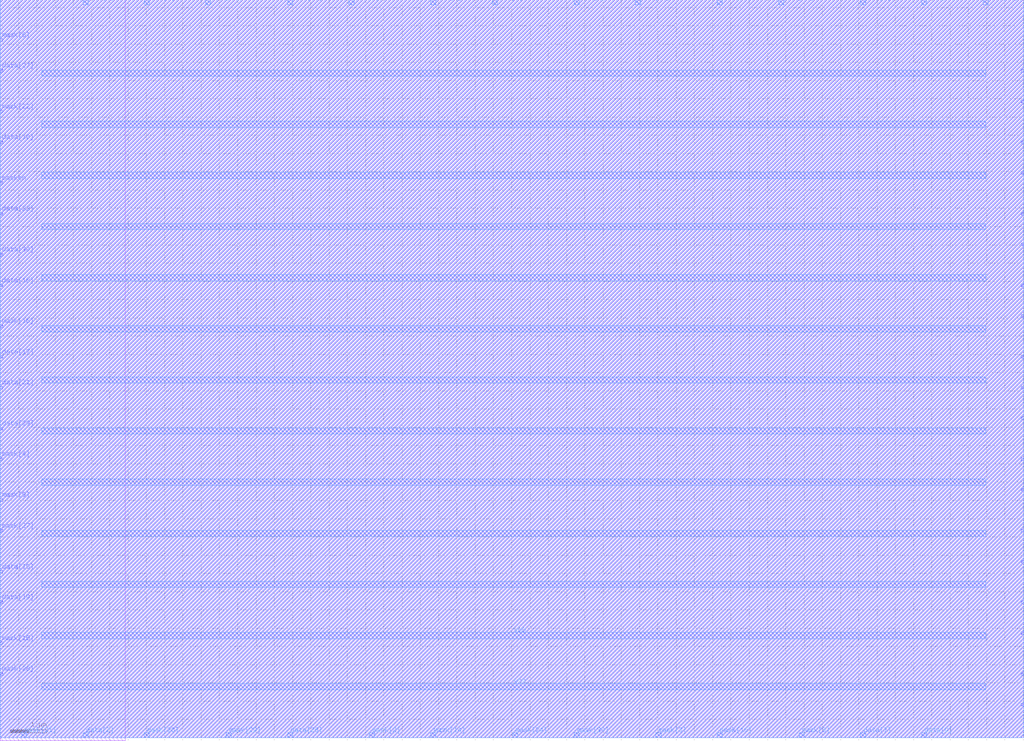
<source format=lef>
VERSION 5.8 ;
BUSBITCHARS "[]" ;
DIVIDERCHAR "/" ;
UNITS
    DATABASE MICRONS 2000 ;
END UNITS

MACRO rvmaskandmatch
  FOREIGN rvmaskandmatch 0 0 ;
  CLASS BLOCK ;
  SIZE 28.015 BY 20.21 ;
  PIN VSS
    USE GROUND ;
    DIRECTION INOUT ;
    PORT
      LAYER metal4 ;
        RECT  1.14 18.115 26.98 18.285 ;
        RECT  1.14 15.315 26.98 15.485 ;
        RECT  1.14 12.515 26.98 12.685 ;
        RECT  1.14 9.715 26.98 9.885 ;
        RECT  1.14 6.915 26.98 7.085 ;
        RECT  1.14 4.115 26.98 4.285 ;
        RECT  1.14 1.315 26.98 1.485 ;
    END
  END VSS
  PIN VDD
    USE POWER ;
    DIRECTION INOUT ;
    PORT
      LAYER metal4 ;
        RECT  1.14 16.715 26.98 16.885 ;
        RECT  1.14 13.915 26.98 14.085 ;
        RECT  1.14 11.115 26.98 11.285 ;
        RECT  1.14 8.315 26.98 8.485 ;
        RECT  1.14 5.515 26.98 5.685 ;
        RECT  1.14 2.715 26.98 2.885 ;
    END
  END VDD
  PIN data[0]
    DIRECTION INPUT ;
    USE SIGNAL ;
    PORT
      LAYER metal4 ;
        RECT  25.225 0 25.365 0.14 ;
    END
  END data[0]
  PIN data[10]
    DIRECTION INPUT ;
    USE SIGNAL ;
    PORT
      LAYER metal3 ;
        RECT  0 16.275 0.07 16.345 ;
    END
  END data[10]
  PIN data[11]
    DIRECTION INPUT ;
    USE SIGNAL ;
    PORT
      LAYER metal4 ;
        RECT  7.865 20.07 8.005 20.21 ;
    END
  END data[11]
  PIN data[12]
    DIRECTION INPUT ;
    USE SIGNAL ;
    PORT
      LAYER metal3 ;
        RECT  27.945 5.635 28.015 5.705 ;
    END
  END data[12]
  PIN data[13]
    DIRECTION INPUT ;
    USE SIGNAL ;
    PORT
      LAYER metal3 ;
        RECT  27.945 12.355 28.015 12.425 ;
    END
  END data[13]
  PIN data[14]
    DIRECTION INPUT ;
    USE SIGNAL ;
    PORT
      LAYER metal3 ;
        RECT  27.945 9.555 28.015 9.625 ;
    END
  END data[14]
  PIN data[15]
    DIRECTION INPUT ;
    USE SIGNAL ;
    PORT
      LAYER metal3 ;
        RECT  0 4.515 0.07 4.585 ;
    END
  END data[15]
  PIN data[16]
    DIRECTION INPUT ;
    USE SIGNAL ;
    PORT
      LAYER metal3 ;
        RECT  27.945 14.315 28.015 14.385 ;
    END
  END data[16]
  PIN data[17]
    DIRECTION INPUT ;
    USE SIGNAL ;
    PORT
      LAYER metal3 ;
        RECT  0 10.395 0.07 10.465 ;
    END
  END data[17]
  PIN data[18]
    DIRECTION INPUT ;
    USE SIGNAL ;
    PORT
      LAYER metal3 ;
        RECT  0 12.355 0.07 12.425 ;
    END
  END data[18]
  PIN data[19]
    DIRECTION INPUT ;
    USE SIGNAL ;
    PORT
      LAYER metal3 ;
        RECT  0 3.675 0.07 3.745 ;
    END
  END data[19]
  PIN data[1]
    DIRECTION INPUT ;
    USE SIGNAL ;
    PORT
      LAYER metal4 ;
        RECT  11.785 20.07 11.925 20.21 ;
    END
  END data[1]
  PIN data[20]
    DIRECTION INPUT ;
    USE SIGNAL ;
    PORT
      LAYER metal3 ;
        RECT  27.945 4.795 28.015 4.865 ;
    END
  END data[20]
  PIN data[21]
    DIRECTION INPUT ;
    USE SIGNAL ;
    PORT
      LAYER metal4 ;
        RECT  5.625 20.07 5.765 20.21 ;
    END
  END data[21]
  PIN data[22]
    DIRECTION INPUT ;
    USE SIGNAL ;
    PORT
      LAYER metal3 ;
        RECT  0 14.315 0.07 14.385 ;
    END
  END data[22]
  PIN data[23]
    DIRECTION INPUT ;
    USE SIGNAL ;
    PORT
      LAYER metal3 ;
        RECT  27.945 15.435 28.015 15.505 ;
    END
  END data[23]
  PIN data[24]
    DIRECTION INPUT ;
    USE SIGNAL ;
    PORT
      LAYER metal3 ;
        RECT  27.945 8.715 28.015 8.785 ;
    END
  END data[24]
  PIN data[25]
    DIRECTION INPUT ;
    USE SIGNAL ;
    PORT
      LAYER metal3 ;
        RECT  27.945 13.475 28.015 13.545 ;
    END
  END data[25]
  PIN data[26]
    DIRECTION INPUT ;
    USE SIGNAL ;
    PORT
      LAYER metal4 ;
        RECT  7.865 0 8.005 0.14 ;
    END
  END data[26]
  PIN data[27]
    DIRECTION INPUT ;
    USE SIGNAL ;
    PORT
      LAYER metal3 ;
        RECT  0 18.235 0.07 18.305 ;
    END
  END data[27]
  PIN data[28]
    DIRECTION INPUT ;
    USE SIGNAL ;
    PORT
      LAYER metal3 ;
        RECT  27.945 18.235 28.015 18.305 ;
    END
  END data[28]
  PIN data[29]
    DIRECTION INPUT ;
    USE SIGNAL ;
    PORT
      LAYER metal3 ;
        RECT  0 8.435 0.07 8.505 ;
    END
  END data[29]
  PIN data[2]
    DIRECTION INPUT ;
    USE SIGNAL ;
    PORT
      LAYER metal4 ;
        RECT  2.265 0 2.405 0.14 ;
    END
  END data[2]
  PIN data[30]
    DIRECTION INPUT ;
    USE SIGNAL ;
    PORT
      LAYER metal3 ;
        RECT  0 13.195 0.07 13.265 ;
    END
  END data[30]
  PIN data[31]
    DIRECTION INPUT ;
    USE SIGNAL ;
    PORT
      LAYER metal3 ;
        RECT  0 9.555 0.07 9.625 ;
    END
  END data[31]
  PIN data[3]
    DIRECTION INPUT ;
    USE SIGNAL ;
    PORT
      LAYER metal3 ;
        RECT  27.945 1.715 28.015 1.785 ;
    END
  END data[3]
  PIN data[4]
    DIRECTION INPUT ;
    USE SIGNAL ;
    PORT
      LAYER metal3 ;
        RECT  27.945 0.875 28.015 0.945 ;
    END
  END data[4]
  PIN data[5]
    DIRECTION INPUT ;
    USE SIGNAL ;
    PORT
      LAYER metal4 ;
        RECT  15.705 20.07 15.845 20.21 ;
    END
  END data[5]
  PIN data[6]
    DIRECTION INPUT ;
    USE SIGNAL ;
    PORT
      LAYER metal4 ;
        RECT  2.265 20.07 2.405 20.21 ;
    END
  END data[6]
  PIN data[7]
    DIRECTION INPUT ;
    USE SIGNAL ;
    PORT
      LAYER metal4 ;
        RECT  23.545 0 23.685 0.14 ;
    END
  END data[7]
  PIN data[8]
    DIRECTION INPUT ;
    USE SIGNAL ;
    PORT
      LAYER metal4 ;
        RECT  13.465 20.07 13.605 20.21 ;
    END
  END data[8]
  PIN data[9]
    DIRECTION INPUT ;
    USE SIGNAL ;
    PORT
      LAYER metal3 ;
        RECT  27.945 2.835 28.015 2.905 ;
    END
  END data[9]
  PIN mask[0]
    DIRECTION INPUT ;
    USE SIGNAL ;
    PORT
      LAYER metal3 ;
        RECT  27.945 6.755 28.015 6.825 ;
    END
  END mask[0]
  PIN mask[10]
    DIRECTION INPUT ;
    USE SIGNAL ;
    PORT
      LAYER metal4 ;
        RECT  19.625 0 19.765 0.14 ;
    END
  END mask[10]
  PIN mask[11]
    DIRECTION INPUT ;
    USE SIGNAL ;
    PORT
      LAYER metal3 ;
        RECT  27.945 7.595 28.015 7.665 ;
    END
  END mask[11]
  PIN mask[12]
    DIRECTION INPUT ;
    USE SIGNAL ;
    PORT
      LAYER metal4 ;
        RECT  19.625 20.07 19.765 20.21 ;
    END
  END mask[12]
  PIN mask[13]
    DIRECTION INPUT ;
    USE SIGNAL ;
    PORT
      LAYER metal4 ;
        RECT  21.305 20.07 21.445 20.21 ;
    END
  END mask[13]
  PIN mask[14]
    DIRECTION INPUT ;
    USE SIGNAL ;
    PORT
      LAYER metal4 ;
        RECT  11.785 0 11.925 0.14 ;
    END
  END mask[14]
  PIN mask[15]
    DIRECTION INPUT ;
    USE SIGNAL ;
    PORT
      LAYER metal3 ;
        RECT  0 2.555 0.07 2.625 ;
    END
  END mask[15]
  PIN mask[16]
    DIRECTION INPUT ;
    USE SIGNAL ;
    PORT
      LAYER metal3 ;
        RECT  0 11.235 0.07 11.305 ;
    END
  END mask[16]
  PIN mask[17]
    DIRECTION INPUT ;
    USE SIGNAL ;
    PORT
      LAYER metal4 ;
        RECT  17.385 20.07 17.525 20.21 ;
    END
  END mask[17]
  PIN mask[18]
    DIRECTION INPUT ;
    USE SIGNAL ;
    PORT
      LAYER metal4 ;
        RECT  25.225 20.07 25.365 20.21 ;
    END
  END mask[18]
  PIN mask[19]
    DIRECTION INPUT ;
    USE SIGNAL ;
    PORT
      LAYER metal3 ;
        RECT  27.945 17.395 28.015 17.465 ;
    END
  END mask[19]
  PIN mask[1]
    DIRECTION INPUT ;
    USE SIGNAL ;
    PORT
      LAYER metal4 ;
        RECT  9.545 20.07 9.685 20.21 ;
    END
  END mask[1]
  PIN mask[20]
    DIRECTION INPUT ;
    USE SIGNAL ;
    PORT
      LAYER metal4 ;
        RECT  3.945 0 4.085 0.14 ;
    END
  END mask[20]
  PIN mask[21]
    DIRECTION INPUT ;
    USE SIGNAL ;
    PORT
      LAYER metal4 ;
        RECT  0.585 0 0.725 0.14 ;
    END
  END mask[21]
  PIN mask[22]
    DIRECTION INPUT ;
    USE SIGNAL ;
    PORT
      LAYER metal3 ;
        RECT  0 17.115 0.07 17.185 ;
    END
  END mask[22]
  PIN mask[23]
    DIRECTION INPUT ;
    USE SIGNAL ;
    PORT
      LAYER metal4 ;
        RECT  26.905 20.07 27.045 20.21 ;
    END
  END mask[23]
  PIN mask[24]
    DIRECTION INPUT ;
    USE SIGNAL ;
    PORT
      LAYER metal4 ;
        RECT  14.025 0 14.165 0.14 ;
    END
  END mask[24]
  PIN mask[25]
    DIRECTION INPUT ;
    USE SIGNAL ;
    PORT
      LAYER metal3 ;
        RECT  27.945 16.275 28.015 16.345 ;
    END
  END mask[25]
  PIN mask[26]
    DIRECTION INPUT ;
    USE SIGNAL ;
    PORT
      LAYER metal3 ;
        RECT  27.945 3.675 28.015 3.745 ;
    END
  END mask[26]
  PIN mask[27]
    DIRECTION INPUT ;
    USE SIGNAL ;
    PORT
      LAYER metal3 ;
        RECT  0 5.635 0.07 5.705 ;
    END
  END mask[27]
  PIN mask[28]
    DIRECTION INPUT ;
    USE SIGNAL ;
    PORT
      LAYER metal3 ;
        RECT  0 1.715 0.07 1.785 ;
    END
  END mask[28]
  PIN mask[29]
    DIRECTION INPUT ;
    USE SIGNAL ;
    PORT
      LAYER metal4 ;
        RECT  6.185 0 6.325 0.14 ;
    END
  END mask[29]
  PIN mask[2]
    DIRECTION INPUT ;
    USE SIGNAL ;
    PORT
      LAYER metal4 ;
        RECT  10.105 0 10.245 0.14 ;
    END
  END mask[2]
  PIN mask[30]
    DIRECTION INPUT ;
    USE SIGNAL ;
    PORT
      LAYER metal4 ;
        RECT  15.705 0 15.845 0.14 ;
    END
  END mask[30]
  PIN mask[31]
    DIRECTION INPUT ;
    USE SIGNAL ;
    PORT
      LAYER metal3 ;
        RECT  27.945 11.515 28.015 11.585 ;
    END
  END mask[31]
  PIN mask[3]
    DIRECTION INPUT ;
    USE SIGNAL ;
    PORT
      LAYER metal4 ;
        RECT  17.945 0 18.085 0.14 ;
    END
  END mask[3]
  PIN mask[4]
    DIRECTION INPUT ;
    USE SIGNAL ;
    PORT
      LAYER metal3 ;
        RECT  0 7.595 0.07 7.665 ;
    END
  END mask[4]
  PIN mask[5]
    DIRECTION INPUT ;
    USE SIGNAL ;
    PORT
      LAYER metal4 ;
        RECT  23.545 20.07 23.685 20.21 ;
    END
  END mask[5]
  PIN mask[6]
    DIRECTION INPUT ;
    USE SIGNAL ;
    PORT
      LAYER metal3 ;
        RECT  0 19.075 0.07 19.145 ;
    END
  END mask[6]
  PIN mask[7]
    DIRECTION INPUT ;
    USE SIGNAL ;
    PORT
      LAYER metal4 ;
        RECT  3.945 20.07 4.085 20.21 ;
    END
  END mask[7]
  PIN mask[8]
    DIRECTION INPUT ;
    USE SIGNAL ;
    PORT
      LAYER metal4 ;
        RECT  21.865 0 22.005 0.14 ;
    END
  END mask[8]
  PIN mask[9]
    DIRECTION INPUT ;
    USE SIGNAL ;
    PORT
      LAYER metal3 ;
        RECT  0 6.475 0.07 6.545 ;
    END
  END mask[9]
  PIN masken
    DIRECTION INPUT ;
    USE SIGNAL ;
    PORT
      LAYER metal3 ;
        RECT  0 15.155 0.07 15.225 ;
    END
  END masken
  PIN match
    DIRECTION OUTPUT ;
    USE SIGNAL ;
    PORT
      LAYER metal3 ;
        RECT  27.945 10.395 28.015 10.465 ;
    END
  END match
  OBS
    LAYER metal1 ;
     RECT  0 -0.085 3.42 20.21 ;
     RECT  3.42 0 28.015 20.21 ;
    LAYER metal2 ;
     RECT  0 0 28.015 20.21 ;
    LAYER metal3 ;
     RECT  0 0 28.015 20.21 ;
    LAYER metal4 ;
     RECT  0 0 28.015 20.21 ;
  END
END rvmaskandmatch
END LIBRARY

</source>
